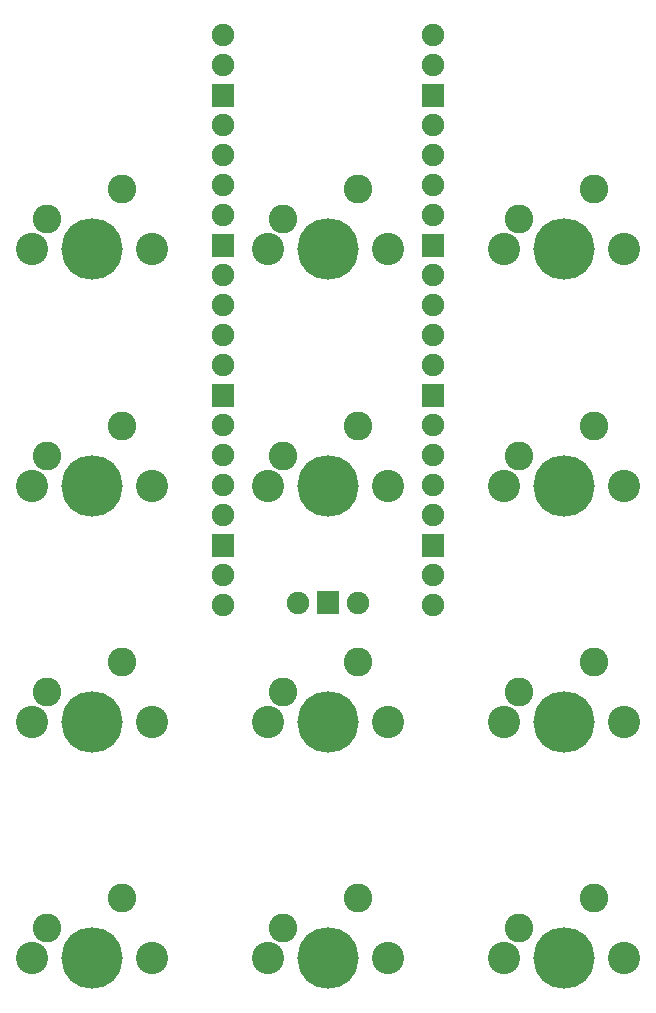
<source format=gts>
G04 Layer: TopSolderMaskLayer*
G04 EasyEDA v6.5.1, 2022-08-10 00:04:10*
G04 a67cddfb3fce44daa9051d46cbbcc19f,10*
G04 Gerber Generator version 0.2*
G04 Scale: 100 percent, Rotated: No, Reflected: No *
G04 Dimensions in millimeters *
G04 leading zeros omitted , absolute positions ,4 integer and 5 decimal *
%FSLAX45Y45*%
%MOMM*%

%ADD22C,2.4257*%
%ADD23C,5.2070*%
%ADD24C,2.7305*%
%ADD25C,1.9032*%

%LPD*%
D22*
G01*
X3118993Y8254009D03*
G01*
X3753993Y8508009D03*
D23*
G01*
X3499993Y8000009D03*
D24*
G01*
X2991993Y8000009D03*
G01*
X4007993Y8000009D03*
D22*
G01*
X5118988Y8254009D03*
G01*
X5753988Y8508009D03*
D23*
G01*
X5499988Y8000009D03*
D24*
G01*
X4991988Y8000009D03*
G01*
X6007988Y8000009D03*
D22*
G01*
X1118996Y6253987D03*
G01*
X1753996Y6507987D03*
D23*
G01*
X1499996Y5999987D03*
D24*
G01*
X991996Y5999987D03*
G01*
X2007997Y5999987D03*
D22*
G01*
X3118993Y6253987D03*
G01*
X3753993Y6507987D03*
D23*
G01*
X3499993Y5999987D03*
D24*
G01*
X2991993Y5999987D03*
G01*
X4007993Y5999987D03*
D22*
G01*
X5118988Y6253987D03*
G01*
X5753988Y6507987D03*
D23*
G01*
X5499988Y5999987D03*
D24*
G01*
X4991988Y5999987D03*
G01*
X6007988Y5999987D03*
D22*
G01*
X1118996Y4253992D03*
G01*
X1753996Y4507992D03*
D23*
G01*
X1499996Y3999992D03*
D24*
G01*
X991996Y3999992D03*
G01*
X2007997Y3999992D03*
D22*
G01*
X3118993Y4253992D03*
G01*
X3753993Y4507992D03*
D23*
G01*
X3499993Y3999992D03*
D24*
G01*
X2991993Y3999992D03*
G01*
X4007993Y3999992D03*
D22*
G01*
X5118988Y4253992D03*
G01*
X5753988Y4507992D03*
D23*
G01*
X5499988Y3999992D03*
D24*
G01*
X4991988Y3999992D03*
G01*
X6007988Y3999992D03*
D22*
G01*
X1118996Y2253995D03*
G01*
X1753996Y2507995D03*
D23*
G01*
X1499996Y1999995D03*
D24*
G01*
X991996Y1999995D03*
G01*
X2007997Y1999995D03*
D22*
G01*
X3118993Y2253995D03*
G01*
X3753993Y2507995D03*
D23*
G01*
X3499993Y1999995D03*
D24*
G01*
X2991993Y1999995D03*
G01*
X4007993Y1999995D03*
D22*
G01*
X5118988Y2253995D03*
G01*
X5753988Y2507995D03*
D23*
G01*
X5499988Y1999995D03*
D24*
G01*
X4991988Y1999995D03*
G01*
X6007988Y1999995D03*
D22*
G01*
X1118996Y8254009D03*
G01*
X1753996Y8508009D03*
D23*
G01*
X1499996Y8000009D03*
D24*
G01*
X991996Y8000009D03*
G01*
X2007997Y8000009D03*
D25*
G01*
X4388993Y9813010D03*
G01*
X4388993Y9559010D03*
G36*
X4293870Y9209786D02*
G01*
X4293870Y9400286D01*
X4484115Y9400286D01*
X4484115Y9209786D01*
G37*
G01*
X4388993Y9051010D03*
G01*
X4388993Y8797010D03*
G01*
X4388993Y8543010D03*
G01*
X4388993Y8289010D03*
G36*
X4293870Y7939786D02*
G01*
X4293870Y8130286D01*
X4484115Y8130286D01*
X4484115Y7939786D01*
G37*
G01*
X4388993Y7781010D03*
G01*
X4388993Y7527010D03*
G01*
X4388993Y7273010D03*
G01*
X4388993Y7019010D03*
G36*
X4293870Y6669786D02*
G01*
X4293870Y6860286D01*
X4484115Y6860286D01*
X4484115Y6669786D01*
G37*
G01*
X4388993Y6511010D03*
G01*
X4388993Y6257010D03*
G01*
X4388993Y6003010D03*
G01*
X4388993Y5749010D03*
G36*
X4293870Y5399786D02*
G01*
X4293870Y5590286D01*
X4484115Y5590286D01*
X4484115Y5399786D01*
G37*
G01*
X4388993Y5241010D03*
G01*
X4388993Y4987010D03*
G01*
X2610993Y4987010D03*
G01*
X2610993Y5241010D03*
G36*
X2515870Y5399786D02*
G01*
X2515870Y5590286D01*
X2706115Y5590286D01*
X2706115Y5399786D01*
G37*
G01*
X2610993Y5749010D03*
G01*
X2610993Y6003010D03*
G01*
X2610993Y6257010D03*
G01*
X2610993Y6511010D03*
G36*
X2515870Y6669786D02*
G01*
X2515870Y6860286D01*
X2706115Y6860286D01*
X2706115Y6669786D01*
G37*
G01*
X2610993Y7019010D03*
G01*
X2610993Y7273010D03*
G01*
X2610993Y7527010D03*
G01*
X2610993Y7781010D03*
G36*
X2515870Y7939786D02*
G01*
X2515870Y8130286D01*
X2706115Y8130286D01*
X2706115Y7939786D01*
G37*
G01*
X2610993Y8289010D03*
G01*
X2610993Y8543010D03*
G01*
X2610993Y8797010D03*
G01*
X2610993Y9051010D03*
G36*
X2515870Y9209786D02*
G01*
X2515870Y9400286D01*
X2706115Y9400286D01*
X2706115Y9209786D01*
G37*
G01*
X2610993Y9559010D03*
G01*
X2610993Y9813010D03*
G01*
X3753993Y5010022D03*
G36*
X3404870Y4914900D02*
G01*
X3404870Y5105145D01*
X3595115Y5105145D01*
X3595115Y4914900D01*
G37*
G01*
X3245993Y5010022D03*
M02*

</source>
